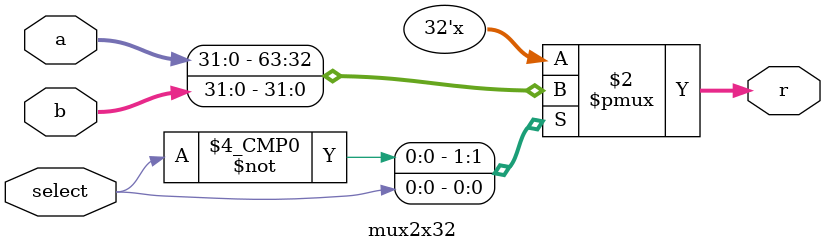
<source format=v>
`timescale 1ns / 1ps
module mux2x32(
			input [31:0] a,
			input [31:0] b,
			input select,
			output reg [31:0] r
    );

	always @(*) begin
		case(select) 
		1'b0: r = a;
		1'b1: r = b;
		endcase	
	end
endmodule

</source>
